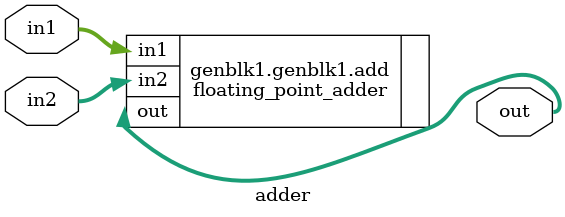
<source format=v>
module adder #(parameter 
                    ARITH_TYPE = 0,
	                DATA_WIDTH = 32,
	                E          = 8, 
	                M          = 23,
                    INTEGER    = 12, 
                    FRACTION   = 20,
                    sub = 0) (
    input  [DATA_WIDTH-1:0] in1,
    input  [DATA_WIDTH-1:0] in2,
    output [DATA_WIDTH-1:0] out
);
  
generate
    case (ARITH_TYPE)
        1'b0: begin
            if (sub) begin
                floating_point_adder #(.DATA_WIDTH(DATA_WIDTH), .E(E), .M(M))
                add (.in1(in1), .in2({~in2[DATA_WIDTH-1], in2[DATA_WIDTH-2:0]}), .out(out));
            end
            else begin
                floating_point_adder #(.DATA_WIDTH(DATA_WIDTH), .E(E), .M(M)) 
                add (.in1(in1), .in2(in2), .out(out));
            end
        end
        1'b1: begin
            if (sub) begin
                fixed_point_adder #(.DATA_WIDTH(DATA_WIDTH), .INTEGER(INTEGER), .FRACTION(FRACTION)) 
                add (.in1(in1), .in2((~in2+1'b1)), .out(out));
            end
            else begin
                fixed_point_adder #(.DATA_WIDTH(DATA_WIDTH), .INTEGER(INTEGER), .FRACTION(FRACTION)) 
                add (.in1(in1), .in2(in2), .out(out));
            end
        end
    endcase      
endgenerate

endmodule
</source>
